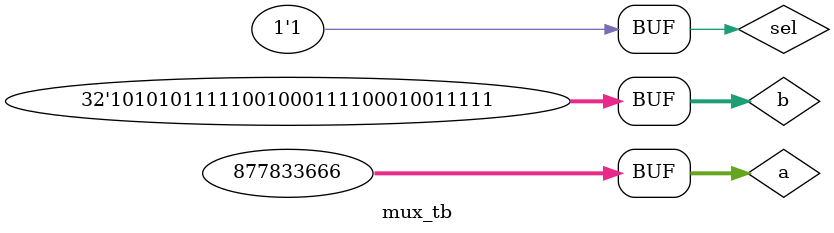
<source format=v>
module mux(y,sel,a,b);
input sel;
input [31:0]a,b;
output reg [31:0]y;
always@(*) begin
  if(sel)
     y = b;
  else y = a;
end
endmodule

module mux_tb;

reg [31:0]a,b;
reg sel;
wire [31:0]y;

mux MUX(y,sel,a,b);

initial begin
a=32'h3452ADC2;
b=32'hABE4789F;
sel=1'b0;
#10;
sel=1'b1;
#10;
end

initial
  $monitor("time=%0t,sel=%b,a=%h,b=%h,y=%h",$time,sel,a,b,y);
endmodule
</source>
